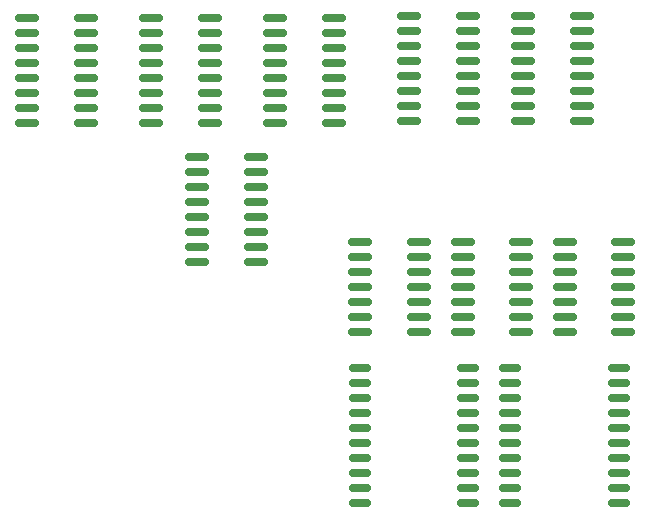
<source format=gbr>
%TF.GenerationSoftware,KiCad,Pcbnew,8.0.8+dfsg-1*%
%TF.CreationDate,2025-07-24T05:24:10-04:00*%
%TF.ProjectId,VGA_SRAM_SHIELD_DB_MULTIPLEX,5647415f-5352-4414-9d5f-534849454c44,rev?*%
%TF.SameCoordinates,Original*%
%TF.FileFunction,Paste,Bot*%
%TF.FilePolarity,Positive*%
%FSLAX46Y46*%
G04 Gerber Fmt 4.6, Leading zero omitted, Abs format (unit mm)*
G04 Created by KiCad (PCBNEW 8.0.8+dfsg-1) date 2025-07-24 05:24:10*
%MOMM*%
%LPD*%
G01*
G04 APERTURE LIST*
G04 Aperture macros list*
%AMRoundRect*
0 Rectangle with rounded corners*
0 $1 Rounding radius*
0 $2 $3 $4 $5 $6 $7 $8 $9 X,Y pos of 4 corners*
0 Add a 4 corners polygon primitive as box body*
4,1,4,$2,$3,$4,$5,$6,$7,$8,$9,$2,$3,0*
0 Add four circle primitives for the rounded corners*
1,1,$1+$1,$2,$3*
1,1,$1+$1,$4,$5*
1,1,$1+$1,$6,$7*
1,1,$1+$1,$8,$9*
0 Add four rect primitives between the rounded corners*
20,1,$1+$1,$2,$3,$4,$5,0*
20,1,$1+$1,$4,$5,$6,$7,0*
20,1,$1+$1,$6,$7,$8,$9,0*
20,1,$1+$1,$8,$9,$2,$3,0*%
G04 Aperture macros list end*
%ADD10RoundRect,0.150000X0.825000X0.150000X-0.825000X0.150000X-0.825000X-0.150000X0.825000X-0.150000X0*%
%ADD11RoundRect,0.150000X0.800000X0.150000X-0.800000X0.150000X-0.800000X-0.150000X0.800000X-0.150000X0*%
%ADD12RoundRect,0.150000X0.850000X0.150000X-0.850000X0.150000X-0.850000X-0.150000X0.850000X-0.150000X0*%
G04 APERTURE END LIST*
D10*
%TO.C,U13*%
X105241200Y-47310800D03*
X105241200Y-48580800D03*
X105241200Y-49850800D03*
X105241200Y-51120800D03*
X105241200Y-52390800D03*
X105241200Y-53660800D03*
X105241200Y-54930800D03*
X100291200Y-54930800D03*
X100291200Y-53660800D03*
X100291200Y-52390800D03*
X100291200Y-51120800D03*
X100291200Y-49850800D03*
X100291200Y-48580800D03*
X100291200Y-47310800D03*
%TD*%
%TO.C,U12*%
X113911200Y-47310800D03*
X113911200Y-48580800D03*
X113911200Y-49850800D03*
X113911200Y-51120800D03*
X113911200Y-52390800D03*
X113911200Y-53660800D03*
X113911200Y-54930800D03*
X108961200Y-54930800D03*
X108961200Y-53660800D03*
X108961200Y-52390800D03*
X108961200Y-51120800D03*
X108961200Y-49850800D03*
X108961200Y-48580800D03*
X108961200Y-47310800D03*
%TD*%
D11*
%TO.C,U21*%
X122201200Y-58000800D03*
X122201200Y-59270800D03*
X122201200Y-60540800D03*
X122201200Y-61810800D03*
X122201200Y-63080800D03*
X122201200Y-64350800D03*
X122201200Y-65620800D03*
X122201200Y-66890800D03*
X122201200Y-68160800D03*
X122201200Y-69430800D03*
X113001200Y-69430800D03*
X113001200Y-68160800D03*
X113001200Y-66890800D03*
X113001200Y-65620800D03*
X113001200Y-64350800D03*
X113001200Y-63080800D03*
X113001200Y-61810800D03*
X113001200Y-60540800D03*
X113001200Y-59270800D03*
X113001200Y-58000800D03*
%TD*%
D12*
%TO.C,U31*%
X98101200Y-28320800D03*
X98101200Y-29590800D03*
X98101200Y-30860800D03*
X98101200Y-32130800D03*
X98101200Y-33400800D03*
X98101200Y-34670800D03*
X98101200Y-35940800D03*
X98101200Y-37210800D03*
X93101200Y-37210800D03*
X93101200Y-35940800D03*
X93101200Y-34670800D03*
X93101200Y-33400800D03*
X93101200Y-32130800D03*
X93101200Y-30860800D03*
X93101200Y-29590800D03*
X93101200Y-28320800D03*
%TD*%
%TO.C,U30*%
X91501200Y-40150800D03*
X91501200Y-41420800D03*
X91501200Y-42690800D03*
X91501200Y-43960800D03*
X91501200Y-45230800D03*
X91501200Y-46500800D03*
X91501200Y-47770800D03*
X91501200Y-49040800D03*
X86501200Y-49040800D03*
X86501200Y-47770800D03*
X86501200Y-46500800D03*
X86501200Y-45230800D03*
X86501200Y-43960800D03*
X86501200Y-42690800D03*
X86501200Y-41420800D03*
X86501200Y-40150800D03*
%TD*%
%TO.C,U32*%
X109401200Y-28190800D03*
X109401200Y-29460800D03*
X109401200Y-30730800D03*
X109401200Y-32000800D03*
X109401200Y-33270800D03*
X109401200Y-34540800D03*
X109401200Y-35810800D03*
X109401200Y-37080800D03*
X104401200Y-37080800D03*
X104401200Y-35810800D03*
X104401200Y-34540800D03*
X104401200Y-33270800D03*
X104401200Y-32000800D03*
X104401200Y-30730800D03*
X104401200Y-29460800D03*
X104401200Y-28190800D03*
%TD*%
%TO.C,U25*%
X87576200Y-28320800D03*
X87576200Y-29590800D03*
X87576200Y-30860800D03*
X87576200Y-32130800D03*
X87576200Y-33400800D03*
X87576200Y-34670800D03*
X87576200Y-35940800D03*
X87576200Y-37210800D03*
X82576200Y-37210800D03*
X82576200Y-35940800D03*
X82576200Y-34670800D03*
X82576200Y-33400800D03*
X82576200Y-32130800D03*
X82576200Y-30860800D03*
X82576200Y-29590800D03*
X82576200Y-28320800D03*
%TD*%
%TO.C,U26*%
X77101200Y-28320800D03*
X77101200Y-29590800D03*
X77101200Y-30860800D03*
X77101200Y-32130800D03*
X77101200Y-33400800D03*
X77101200Y-34670800D03*
X77101200Y-35940800D03*
X77101200Y-37210800D03*
X72101200Y-37210800D03*
X72101200Y-35940800D03*
X72101200Y-34670800D03*
X72101200Y-33400800D03*
X72101200Y-32130800D03*
X72101200Y-30860800D03*
X72101200Y-29590800D03*
X72101200Y-28320800D03*
%TD*%
%TO.C,U27*%
X119051200Y-28180800D03*
X119051200Y-29450800D03*
X119051200Y-30720800D03*
X119051200Y-31990800D03*
X119051200Y-33260800D03*
X119051200Y-34530800D03*
X119051200Y-35800800D03*
X119051200Y-37070800D03*
X114051200Y-37070800D03*
X114051200Y-35800800D03*
X114051200Y-34530800D03*
X114051200Y-33260800D03*
X114051200Y-31990800D03*
X114051200Y-30720800D03*
X114051200Y-29450800D03*
X114051200Y-28180800D03*
%TD*%
D10*
%TO.C,U8*%
X122551200Y-47310800D03*
X122551200Y-48580800D03*
X122551200Y-49850800D03*
X122551200Y-51120800D03*
X122551200Y-52390800D03*
X122551200Y-53660800D03*
X122551200Y-54930800D03*
X117601200Y-54930800D03*
X117601200Y-53660800D03*
X117601200Y-52390800D03*
X117601200Y-51120800D03*
X117601200Y-49850800D03*
X117601200Y-48580800D03*
X117601200Y-47310800D03*
%TD*%
D11*
%TO.C,U22*%
X109451200Y-58000800D03*
X109451200Y-59270800D03*
X109451200Y-60540800D03*
X109451200Y-61810800D03*
X109451200Y-63080800D03*
X109451200Y-64350800D03*
X109451200Y-65620800D03*
X109451200Y-66890800D03*
X109451200Y-68160800D03*
X109451200Y-69430800D03*
X100251200Y-69430800D03*
X100251200Y-68160800D03*
X100251200Y-66890800D03*
X100251200Y-65620800D03*
X100251200Y-64350800D03*
X100251200Y-63080800D03*
X100251200Y-61810800D03*
X100251200Y-60540800D03*
X100251200Y-59270800D03*
X100251200Y-58000800D03*
%TD*%
M02*

</source>
